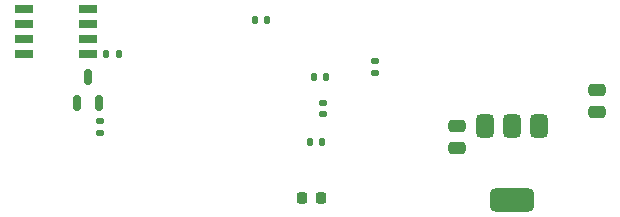
<source format=gbr>
%TF.GenerationSoftware,KiCad,Pcbnew,9.0.0*%
%TF.CreationDate,2025-03-28T00:52:52+01:00*%
%TF.ProjectId,DMX-Adapter-small-V3,444d582d-4164-4617-9074-65722d736d61,rev?*%
%TF.SameCoordinates,Original*%
%TF.FileFunction,Paste,Bot*%
%TF.FilePolarity,Positive*%
%FSLAX46Y46*%
G04 Gerber Fmt 4.6, Leading zero omitted, Abs format (unit mm)*
G04 Created by KiCad (PCBNEW 9.0.0) date 2025-03-28 00:52:52*
%MOMM*%
%LPD*%
G01*
G04 APERTURE LIST*
G04 Aperture macros list*
%AMRoundRect*
0 Rectangle with rounded corners*
0 $1 Rounding radius*
0 $2 $3 $4 $5 $6 $7 $8 $9 X,Y pos of 4 corners*
0 Add a 4 corners polygon primitive as box body*
4,1,4,$2,$3,$4,$5,$6,$7,$8,$9,$2,$3,0*
0 Add four circle primitives for the rounded corners*
1,1,$1+$1,$2,$3*
1,1,$1+$1,$4,$5*
1,1,$1+$1,$6,$7*
1,1,$1+$1,$8,$9*
0 Add four rect primitives between the rounded corners*
20,1,$1+$1,$2,$3,$4,$5,0*
20,1,$1+$1,$4,$5,$6,$7,0*
20,1,$1+$1,$6,$7,$8,$9,0*
20,1,$1+$1,$8,$9,$2,$3,0*%
G04 Aperture macros list end*
%ADD10RoundRect,0.135000X0.135000X0.185000X-0.135000X0.185000X-0.135000X-0.185000X0.135000X-0.185000X0*%
%ADD11RoundRect,0.225000X-0.225000X-0.250000X0.225000X-0.250000X0.225000X0.250000X-0.225000X0.250000X0*%
%ADD12R,1.528000X0.650000*%
%ADD13RoundRect,0.135000X0.185000X-0.135000X0.185000X0.135000X-0.185000X0.135000X-0.185000X-0.135000X0*%
%ADD14RoundRect,0.150000X0.150000X-0.512500X0.150000X0.512500X-0.150000X0.512500X-0.150000X-0.512500X0*%
%ADD15RoundRect,0.140000X-0.140000X-0.170000X0.140000X-0.170000X0.140000X0.170000X-0.140000X0.170000X0*%
%ADD16RoundRect,0.140000X0.170000X-0.140000X0.170000X0.140000X-0.170000X0.140000X-0.170000X-0.140000X0*%
%ADD17RoundRect,0.375000X-0.375000X0.625000X-0.375000X-0.625000X0.375000X-0.625000X0.375000X0.625000X0*%
%ADD18RoundRect,0.500000X-1.400000X0.500000X-1.400000X-0.500000X1.400000X-0.500000X1.400000X0.500000X0*%
%ADD19RoundRect,0.135000X-0.135000X-0.185000X0.135000X-0.185000X0.135000X0.185000X-0.135000X0.185000X0*%
%ADD20RoundRect,0.250000X0.475000X-0.250000X0.475000X0.250000X-0.475000X0.250000X-0.475000X-0.250000X0*%
%ADD21RoundRect,0.140000X-0.170000X0.140000X-0.170000X-0.140000X0.170000X-0.140000X0.170000X0.140000X0*%
G04 APERTURE END LIST*
D10*
%TO.C,R5*%
X177970000Y-39950000D03*
X176950000Y-39950000D03*
%TD*%
D11*
%TO.C,C14*%
X176275000Y-44700000D03*
X177825000Y-44700000D03*
%TD*%
D10*
%TO.C,R2*%
X160720000Y-32550000D03*
X159700000Y-32550000D03*
%TD*%
D12*
%TO.C,U2*%
X158122000Y-28700000D03*
X158122000Y-29970000D03*
X158122000Y-31240000D03*
X158122000Y-32510000D03*
X152700000Y-32510000D03*
X152700000Y-31240000D03*
X152700000Y-29970000D03*
X152700000Y-28700000D03*
%TD*%
D13*
%TO.C,R8*%
X159150000Y-39170000D03*
X159150000Y-38150000D03*
%TD*%
D14*
%TO.C,Q2*%
X159100000Y-36700000D03*
X157200000Y-36700000D03*
X158150000Y-34425000D03*
%TD*%
D15*
%TO.C,C2*%
X177310000Y-34430000D03*
X178270000Y-34430000D03*
%TD*%
D16*
%TO.C,C4*%
X178070000Y-37630000D03*
X178070000Y-36670000D03*
%TD*%
D17*
%TO.C,U3*%
X191750000Y-38575000D03*
X194050000Y-38575000D03*
D18*
X194050000Y-44875000D03*
D17*
X196350000Y-38575000D03*
%TD*%
D19*
%TO.C,R6*%
X172250000Y-29675000D03*
X173270000Y-29675000D03*
%TD*%
D20*
%TO.C,C11*%
X189350000Y-40500000D03*
X189350000Y-38600000D03*
%TD*%
D21*
%TO.C,C3*%
X182420000Y-33120000D03*
X182420000Y-34080000D03*
%TD*%
D20*
%TO.C,C10*%
X201200000Y-37450000D03*
X201200000Y-35550000D03*
%TD*%
M02*

</source>
